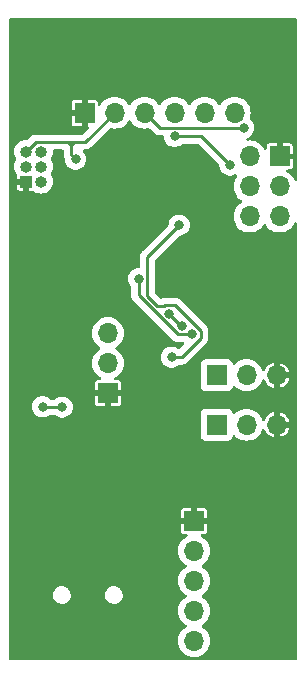
<source format=gbr>
%TF.GenerationSoftware,KiCad,Pcbnew,7.0.5*%
%TF.CreationDate,2023-08-19T22:28:29+02:00*%
%TF.ProjectId,programmer,70726f67-7261-46d6-9d65-722e6b696361,rev?*%
%TF.SameCoordinates,Original*%
%TF.FileFunction,Copper,L2,Bot*%
%TF.FilePolarity,Positive*%
%FSLAX46Y46*%
G04 Gerber Fmt 4.6, Leading zero omitted, Abs format (unit mm)*
G04 Created by KiCad (PCBNEW 7.0.5) date 2023-08-19 22:28:29*
%MOMM*%
%LPD*%
G01*
G04 APERTURE LIST*
%TA.AperFunction,ComponentPad*%
%ADD10R,1.700000X1.700000*%
%TD*%
%TA.AperFunction,ComponentPad*%
%ADD11O,1.700000X1.700000*%
%TD*%
%TA.AperFunction,ComponentPad*%
%ADD12R,1.000000X1.000000*%
%TD*%
%TA.AperFunction,ComponentPad*%
%ADD13O,1.000000X1.000000*%
%TD*%
%TA.AperFunction,ViaPad*%
%ADD14C,0.800000*%
%TD*%
%TA.AperFunction,Conductor*%
%ADD15C,0.250000*%
%TD*%
G04 APERTURE END LIST*
D10*
%TO.P,J3,1,Pin_1*%
%TO.N,GND*%
X87687000Y-68565000D03*
D11*
%TO.P,J3,2,Pin_2*%
%TO.N,+5V*%
X87687000Y-66025000D03*
%TO.P,J3,3,Pin_3*%
%TO.N,/UDPI*%
X87687000Y-63485000D03*
%TD*%
D10*
%TO.P,J4,1,Pin_1*%
%TO.N,GND*%
X95000000Y-79380000D03*
D11*
%TO.P,J4,2,Pin_2*%
%TO.N,/RX*%
X95000000Y-81920000D03*
%TO.P,J4,3,Pin_3*%
%TO.N,/TX*%
X95000000Y-84460000D03*
%TO.P,J4,4,Pin_4*%
%TO.N,/USB_RESET*%
X95000000Y-87000000D03*
%TO.P,J4,5,Pin_5*%
%TO.N,+5V*%
X95000000Y-89540000D03*
%TD*%
D10*
%TO.P,J5,1,Pin_1*%
%TO.N,GND*%
X85725000Y-44831000D03*
D11*
%TO.P,J5,2,Pin_2*%
%TO.N,+5V*%
X88265000Y-44831000D03*
%TO.P,J5,3,Pin_3*%
%TO.N,/SCK*%
X90805000Y-44831000D03*
%TO.P,J5,4,Pin_4*%
%TO.N,/MISO*%
X93345000Y-44831000D03*
%TO.P,J5,5,Pin_5*%
%TO.N,/MOSI*%
X95885000Y-44831000D03*
%TO.P,J5,6,Pin_6*%
%TO.N,/RESET*%
X98425000Y-44831000D03*
%TD*%
D10*
%TO.P,SW101,1,A*%
%TO.N,unconnected-(SW101-A-Pad1)*%
X96901000Y-67056000D03*
D11*
%TO.P,SW101,2,B*%
%TO.N,/our_reset*%
X99441000Y-67056000D03*
%TO.P,SW101,3,C*%
%TO.N,GND*%
X101981000Y-67056000D03*
%TD*%
D10*
%TO.P,SW2,1,A*%
%TO.N,unconnected-(SW2-A-Pad1)*%
X96901000Y-71247000D03*
D11*
%TO.P,SW2,2,B*%
%TO.N,Net-(SW2-B)*%
X99441000Y-71247000D03*
%TO.P,SW2,3,C*%
%TO.N,GND*%
X101981000Y-71247000D03*
%TD*%
D12*
%TO.P,U1,1*%
%TO.N,GND*%
X80762000Y-50678000D03*
D13*
%TO.P,U1,2*%
%TO.N,/our_reset*%
X82032000Y-50678000D03*
%TO.P,U1,3*%
%TO.N,/MOSI*%
X80762000Y-49408000D03*
%TO.P,U1,4*%
%TO.N,/SCK*%
X82032000Y-49408000D03*
%TO.P,U1,5*%
%TO.N,+5V*%
X80762000Y-48138000D03*
%TO.P,U1,6*%
%TO.N,/MISO*%
X82032000Y-48138000D03*
%TD*%
D10*
%TO.P,J2,1,Pin_1*%
%TO.N,GND*%
X102235000Y-48535000D03*
D11*
%TO.P,J2,2,Pin_2*%
%TO.N,/RESET*%
X99695000Y-48535000D03*
%TO.P,J2,3,Pin_3*%
%TO.N,/MOSI*%
X102235000Y-51075000D03*
%TO.P,J2,4,Pin_4*%
%TO.N,/SCK*%
X99695000Y-51075000D03*
%TO.P,J2,5,Pin_5*%
%TO.N,/MISO*%
X102235000Y-53615000D03*
%TO.P,J2,6,Pin_6*%
%TO.N,+5V*%
X99695000Y-53615000D03*
%TD*%
D14*
%TO.N,GND*%
X85217000Y-68072000D03*
X84201000Y-66421000D03*
X85090000Y-64389000D03*
X89916000Y-62230000D03*
X94742000Y-71374000D03*
X93853000Y-68199000D03*
X94742000Y-69215000D03*
X99568000Y-68961000D03*
X102616000Y-68961000D03*
X101600000Y-64770000D03*
X79883000Y-75819000D03*
X80010000Y-70358000D03*
X79883000Y-61214000D03*
X83693000Y-60960000D03*
X83566000Y-46228000D03*
X100838000Y-46228000D03*
X95123000Y-50673000D03*
X93345000Y-59944000D03*
X99568000Y-56642000D03*
X97409000Y-56134000D03*
X80772000Y-90678000D03*
X101600000Y-75438000D03*
X102870000Y-80010000D03*
X102489000Y-89535000D03*
X99695000Y-73533000D03*
X98806000Y-75692000D03*
X98806000Y-85090000D03*
X97409000Y-89789000D03*
X93472000Y-78359000D03*
X93472000Y-76454000D03*
X88392000Y-72771000D03*
X80391000Y-77597000D03*
X83312000Y-81534000D03*
X86868000Y-84836000D03*
X92710000Y-85979000D03*
X90424000Y-90551000D03*
X92456000Y-88773000D03*
X88646000Y-88646000D03*
X83439000Y-88773000D03*
X81407000Y-86741000D03*
X81407000Y-84963000D03*
X90424000Y-84963000D03*
X92329000Y-83439000D03*
X88646000Y-82677000D03*
X81153000Y-76454000D03*
X81280000Y-74676000D03*
X89789000Y-70612000D03*
X89662000Y-68326000D03*
X84963000Y-70993000D03*
X84836000Y-58293000D03*
X89662000Y-56642000D03*
X80518000Y-52578000D03*
X83058000Y-54356000D03*
X85725000Y-51054000D03*
X88392000Y-53340000D03*
X98425000Y-59309000D03*
X96139000Y-57785000D03*
X95758000Y-61214000D03*
X98425000Y-63373000D03*
X102616000Y-59563000D03*
X101000000Y-62000000D03*
%TO.N,Net-(U2-PD6)*%
X93726000Y-54356000D03*
X93091000Y-65532000D03*
%TO.N,/our_reset*%
X90297000Y-58895214D03*
X94831500Y-63604916D03*
%TO.N,Net-(SW2-B)*%
X92868537Y-61830693D03*
X93980000Y-62865000D03*
%TO.N,/RX*%
X82170000Y-69723000D03*
X83820000Y-69760500D03*
%TO.N,+5V*%
X84963000Y-48768000D03*
%TO.N,/MISO*%
X93345000Y-46825500D03*
X98044000Y-49259500D03*
%TO.N,/SCK*%
X99187000Y-46101000D03*
%TD*%
D15*
%TO.N,+5V*%
X84582000Y-48387000D02*
X84582000Y-47567000D01*
X84963000Y-48768000D02*
X84582000Y-48387000D01*
%TO.N,Net-(U2-PD6)*%
X91022000Y-57060000D02*
X93726000Y-54356000D01*
X91022000Y-60373065D02*
X91022000Y-57060000D01*
X92568232Y-61105693D02*
X92459925Y-61214000D01*
X93363693Y-61105693D02*
X92568232Y-61105693D01*
X95556500Y-63298500D02*
X93363693Y-61105693D01*
X93929721Y-65532000D02*
X95556500Y-63905221D01*
X92459925Y-61214000D02*
X91862935Y-61214000D01*
X93091000Y-65532000D02*
X93929721Y-65532000D01*
X95556500Y-63905221D02*
X95556500Y-63298500D01*
X91862935Y-61214000D02*
X91022000Y-60373065D01*
%TO.N,/our_reset*%
X90297000Y-60284461D02*
X90297000Y-58895214D01*
X93617455Y-63604916D02*
X90297000Y-60284461D01*
X94831500Y-63604916D02*
X93617455Y-63604916D01*
%TO.N,Net-(SW2-B)*%
X93902844Y-62865000D02*
X92868537Y-61830693D01*
X93980000Y-62865000D02*
X93902844Y-62865000D01*
%TO.N,/RX*%
X82207500Y-69760500D02*
X82170000Y-69723000D01*
X83820000Y-69760500D02*
X82207500Y-69760500D01*
%TO.N,+5V*%
X84582000Y-47567000D02*
X84836000Y-47313000D01*
X84836000Y-47313000D02*
X85783000Y-47313000D01*
X84328000Y-47313000D02*
X84836000Y-47313000D01*
X84582000Y-47567000D02*
X84328000Y-47313000D01*
X81587000Y-47313000D02*
X84328000Y-47313000D01*
X85783000Y-47313000D02*
X88265000Y-44831000D01*
X80762000Y-48138000D02*
X81587000Y-47313000D01*
%TO.N,/MISO*%
X98044000Y-49259500D02*
X95610000Y-46825500D01*
X95610000Y-46825500D02*
X93345000Y-46825500D01*
%TO.N,/SCK*%
X92075000Y-46101000D02*
X90805000Y-44831000D01*
X99187000Y-46101000D02*
X92075000Y-46101000D01*
%TD*%
%TA.AperFunction,Conductor*%
%TO.N,GND*%
G36*
X103642539Y-36820185D02*
G01*
X103688294Y-36872989D01*
X103699500Y-36924500D01*
X103699500Y-50460746D01*
X103679815Y-50527785D01*
X103627011Y-50573540D01*
X103557853Y-50583484D01*
X103494297Y-50554459D01*
X103463118Y-50513151D01*
X103409035Y-50397171D01*
X103409034Y-50397169D01*
X103273494Y-50203597D01*
X103106402Y-50036506D01*
X103106395Y-50036501D01*
X102912834Y-49900967D01*
X102912830Y-49900965D01*
X102849389Y-49871382D01*
X102796950Y-49825209D01*
X102777798Y-49758016D01*
X102798014Y-49691135D01*
X102851179Y-49645800D01*
X102901794Y-49635000D01*
X103109626Y-49635000D01*
X103109628Y-49634999D01*
X103182540Y-49620496D01*
X103182544Y-49620494D01*
X103265239Y-49565239D01*
X103320494Y-49482544D01*
X103320496Y-49482540D01*
X103334999Y-49409628D01*
X103335000Y-49409626D01*
X103335000Y-48785000D01*
X102668686Y-48785000D01*
X102694493Y-48744844D01*
X102735000Y-48606889D01*
X102735000Y-48463111D01*
X102694493Y-48325156D01*
X102668686Y-48285000D01*
X103335000Y-48285000D01*
X103335000Y-47660373D01*
X103334999Y-47660371D01*
X103320496Y-47587459D01*
X103320494Y-47587455D01*
X103265239Y-47504760D01*
X103182544Y-47449505D01*
X103182540Y-47449503D01*
X103109627Y-47435000D01*
X102485000Y-47435000D01*
X102485000Y-48099498D01*
X102377315Y-48050320D01*
X102270763Y-48035000D01*
X102199237Y-48035000D01*
X102092685Y-48050320D01*
X101985000Y-48099498D01*
X101985000Y-47435000D01*
X101360373Y-47435000D01*
X101287459Y-47449503D01*
X101287455Y-47449505D01*
X101204760Y-47504760D01*
X101149505Y-47587455D01*
X101149503Y-47587459D01*
X101135000Y-47660371D01*
X101135000Y-47868206D01*
X101115315Y-47935245D01*
X101062511Y-47981000D01*
X100993353Y-47990944D01*
X100929797Y-47961919D01*
X100898618Y-47920611D01*
X100869035Y-47857171D01*
X100869034Y-47857169D01*
X100733494Y-47663597D01*
X100566402Y-47496506D01*
X100566395Y-47496501D01*
X100372834Y-47360967D01*
X100372830Y-47360965D01*
X100372828Y-47360964D01*
X100158663Y-47261097D01*
X100158659Y-47261096D01*
X100158655Y-47261094D01*
X99930413Y-47199938D01*
X99930403Y-47199936D01*
X99695001Y-47179341D01*
X99694998Y-47179341D01*
X99542032Y-47192724D01*
X99473532Y-47178957D01*
X99423349Y-47130342D01*
X99407416Y-47062314D01*
X99430791Y-46996470D01*
X99480789Y-46955917D01*
X99520624Y-46938181D01*
X99639730Y-46885151D01*
X99792871Y-46773888D01*
X99919533Y-46633216D01*
X100014179Y-46469284D01*
X100072674Y-46289256D01*
X100092460Y-46101000D01*
X100072674Y-45912744D01*
X100014179Y-45732716D01*
X99919533Y-45568784D01*
X99855390Y-45497546D01*
X99792876Y-45428116D01*
X99792870Y-45428111D01*
X99753231Y-45399312D01*
X99710565Y-45343983D01*
X99704586Y-45274369D01*
X99706333Y-45266929D01*
X99760063Y-45066408D01*
X99780659Y-44831000D01*
X99760063Y-44595592D01*
X99698903Y-44367337D01*
X99599035Y-44153171D01*
X99593425Y-44145158D01*
X99463494Y-43959597D01*
X99296402Y-43792506D01*
X99296395Y-43792501D01*
X99102834Y-43656967D01*
X99102830Y-43656965D01*
X99102828Y-43656964D01*
X98888663Y-43557097D01*
X98888659Y-43557096D01*
X98888655Y-43557094D01*
X98660413Y-43495938D01*
X98660403Y-43495936D01*
X98425001Y-43475341D01*
X98424999Y-43475341D01*
X98189596Y-43495936D01*
X98189586Y-43495938D01*
X97961344Y-43557094D01*
X97961335Y-43557098D01*
X97747171Y-43656964D01*
X97747169Y-43656965D01*
X97553597Y-43792505D01*
X97386508Y-43959594D01*
X97256574Y-44145160D01*
X97201997Y-44188784D01*
X97132498Y-44195977D01*
X97070144Y-44164455D01*
X97053429Y-44145164D01*
X96923495Y-43959599D01*
X96923493Y-43959596D01*
X96756402Y-43792506D01*
X96756395Y-43792501D01*
X96562834Y-43656967D01*
X96562830Y-43656965D01*
X96562828Y-43656964D01*
X96348663Y-43557097D01*
X96348659Y-43557096D01*
X96348655Y-43557094D01*
X96120413Y-43495938D01*
X96120403Y-43495936D01*
X95885001Y-43475341D01*
X95884999Y-43475341D01*
X95649596Y-43495936D01*
X95649586Y-43495938D01*
X95421344Y-43557094D01*
X95421335Y-43557098D01*
X95207171Y-43656964D01*
X95207169Y-43656965D01*
X95013597Y-43792505D01*
X94846505Y-43959597D01*
X94716575Y-44145158D01*
X94661998Y-44188783D01*
X94592500Y-44195977D01*
X94530145Y-44164454D01*
X94513425Y-44145158D01*
X94383494Y-43959597D01*
X94216402Y-43792506D01*
X94216395Y-43792501D01*
X94022834Y-43656967D01*
X94022830Y-43656965D01*
X94022828Y-43656964D01*
X93808663Y-43557097D01*
X93808659Y-43557096D01*
X93808655Y-43557094D01*
X93580413Y-43495938D01*
X93580403Y-43495936D01*
X93345001Y-43475341D01*
X93344999Y-43475341D01*
X93109596Y-43495936D01*
X93109586Y-43495938D01*
X92881344Y-43557094D01*
X92881335Y-43557098D01*
X92667171Y-43656964D01*
X92667169Y-43656965D01*
X92473597Y-43792505D01*
X92306508Y-43959594D01*
X92176574Y-44145160D01*
X92121997Y-44188784D01*
X92052498Y-44195977D01*
X91990144Y-44164455D01*
X91973429Y-44145164D01*
X91843495Y-43959599D01*
X91843493Y-43959596D01*
X91676402Y-43792506D01*
X91676395Y-43792501D01*
X91482834Y-43656967D01*
X91482830Y-43656965D01*
X91482828Y-43656964D01*
X91268663Y-43557097D01*
X91268659Y-43557096D01*
X91268655Y-43557094D01*
X91040413Y-43495938D01*
X91040403Y-43495936D01*
X90805001Y-43475341D01*
X90804999Y-43475341D01*
X90569596Y-43495936D01*
X90569586Y-43495938D01*
X90341344Y-43557094D01*
X90341335Y-43557098D01*
X90127171Y-43656964D01*
X90127169Y-43656965D01*
X89933597Y-43792505D01*
X89766508Y-43959594D01*
X89636574Y-44145159D01*
X89581997Y-44188784D01*
X89512498Y-44195976D01*
X89450144Y-44164454D01*
X89433424Y-44145158D01*
X89303494Y-43959597D01*
X89136402Y-43792506D01*
X89136395Y-43792501D01*
X88942834Y-43656967D01*
X88942830Y-43656965D01*
X88942828Y-43656964D01*
X88728663Y-43557097D01*
X88728659Y-43557096D01*
X88728655Y-43557094D01*
X88500413Y-43495938D01*
X88500403Y-43495936D01*
X88265001Y-43475341D01*
X88264999Y-43475341D01*
X88029596Y-43495936D01*
X88029586Y-43495938D01*
X87801344Y-43557094D01*
X87801335Y-43557098D01*
X87587171Y-43656964D01*
X87587169Y-43656965D01*
X87393597Y-43792505D01*
X87226505Y-43959597D01*
X87090965Y-44153169D01*
X87090964Y-44153171D01*
X87061382Y-44216611D01*
X87015209Y-44269050D01*
X86948016Y-44288202D01*
X86881135Y-44267986D01*
X86835800Y-44214821D01*
X86825000Y-44164206D01*
X86825000Y-43956373D01*
X86824999Y-43956371D01*
X86810496Y-43883459D01*
X86810494Y-43883455D01*
X86755239Y-43800760D01*
X86672544Y-43745505D01*
X86672540Y-43745503D01*
X86599627Y-43731000D01*
X85975000Y-43731000D01*
X85975000Y-44395498D01*
X85867315Y-44346320D01*
X85760763Y-44331000D01*
X85689237Y-44331000D01*
X85582685Y-44346320D01*
X85475000Y-44395498D01*
X85475000Y-43731000D01*
X84850373Y-43731000D01*
X84777459Y-43745503D01*
X84777455Y-43745505D01*
X84694760Y-43800760D01*
X84639505Y-43883455D01*
X84639503Y-43883459D01*
X84625000Y-43956371D01*
X84625000Y-44581000D01*
X85291314Y-44581000D01*
X85265507Y-44621156D01*
X85225000Y-44759111D01*
X85225000Y-44902889D01*
X85265507Y-45040844D01*
X85291314Y-45081000D01*
X84625000Y-45081000D01*
X84625000Y-45705628D01*
X84639503Y-45778540D01*
X84639505Y-45778544D01*
X84694760Y-45861239D01*
X84777455Y-45916494D01*
X84777459Y-45916496D01*
X84850371Y-45930999D01*
X84850374Y-45931000D01*
X85475000Y-45931000D01*
X85475000Y-45266501D01*
X85582685Y-45315680D01*
X85689237Y-45331000D01*
X85760763Y-45331000D01*
X85867315Y-45315680D01*
X85975000Y-45266501D01*
X85975000Y-45931000D01*
X85981047Y-45931000D01*
X86048086Y-45950685D01*
X86093841Y-46003489D01*
X86103785Y-46072647D01*
X86074760Y-46136203D01*
X86068728Y-46142681D01*
X85560228Y-46651181D01*
X85498905Y-46684666D01*
X85472547Y-46687500D01*
X84918737Y-46687500D01*
X84903120Y-46685776D01*
X84903093Y-46686062D01*
X84895331Y-46685327D01*
X84827171Y-46687469D01*
X84825224Y-46687500D01*
X84386984Y-46687500D01*
X84367586Y-46685973D01*
X84359333Y-46684666D01*
X84347805Y-46682840D01*
X84347804Y-46682840D01*
X84301416Y-46687225D01*
X84295578Y-46687500D01*
X81669737Y-46687500D01*
X81654120Y-46685776D01*
X81654093Y-46686062D01*
X81646331Y-46685327D01*
X81578171Y-46687469D01*
X81576224Y-46687500D01*
X81547650Y-46687500D01*
X81546929Y-46687590D01*
X81540757Y-46688369D01*
X81534945Y-46688826D01*
X81488373Y-46690290D01*
X81488372Y-46690290D01*
X81469129Y-46695881D01*
X81450079Y-46699825D01*
X81430211Y-46702334D01*
X81430209Y-46702335D01*
X81386884Y-46719488D01*
X81381357Y-46721380D01*
X81336610Y-46734381D01*
X81336609Y-46734382D01*
X81319367Y-46744579D01*
X81301899Y-46753137D01*
X81283269Y-46760513D01*
X81283267Y-46760514D01*
X81245576Y-46787898D01*
X81240694Y-46791105D01*
X81200579Y-46814830D01*
X81186408Y-46829000D01*
X81171623Y-46841628D01*
X81155412Y-46853407D01*
X81125709Y-46889310D01*
X81121777Y-46893631D01*
X80913393Y-47102014D01*
X80852070Y-47135499D01*
X80813560Y-47137736D01*
X80762002Y-47132659D01*
X80762000Y-47132659D01*
X80565870Y-47151975D01*
X80377266Y-47209188D01*
X80203467Y-47302086D01*
X80203460Y-47302090D01*
X80051116Y-47427116D01*
X79926090Y-47579460D01*
X79926086Y-47579467D01*
X79833188Y-47753266D01*
X79775975Y-47941870D01*
X79756659Y-48138000D01*
X79775975Y-48334129D01*
X79775976Y-48334132D01*
X79830609Y-48514233D01*
X79833188Y-48522733D01*
X79926086Y-48696532D01*
X79929473Y-48701601D01*
X79927832Y-48702697D01*
X79951594Y-48758638D01*
X79939805Y-48827506D01*
X79929109Y-48844156D01*
X79929473Y-48844399D01*
X79926086Y-48849467D01*
X79833188Y-49023266D01*
X79775975Y-49211870D01*
X79756659Y-49408000D01*
X79775975Y-49604129D01*
X79775976Y-49604132D01*
X79822656Y-49758016D01*
X79833188Y-49792733D01*
X79926086Y-49966532D01*
X79926090Y-49966538D01*
X79987948Y-50041913D01*
X80015260Y-50106223D01*
X80013713Y-50144761D01*
X80012000Y-50153375D01*
X80012000Y-50428000D01*
X80516419Y-50428000D01*
X80464940Y-50483921D01*
X80418018Y-50590892D01*
X80408372Y-50707302D01*
X80437047Y-50820538D01*
X80500936Y-50918327D01*
X80593115Y-50990072D01*
X80703595Y-51028000D01*
X80791005Y-51028000D01*
X80877216Y-51013614D01*
X80979947Y-50958019D01*
X81012000Y-50923200D01*
X81012000Y-51428000D01*
X81286625Y-51428000D01*
X81295226Y-51426289D01*
X81364817Y-51432513D01*
X81398087Y-51452052D01*
X81453637Y-51497640D01*
X81473462Y-51513910D01*
X81473465Y-51513911D01*
X81473467Y-51513913D01*
X81647266Y-51606811D01*
X81647269Y-51606811D01*
X81647273Y-51606814D01*
X81835868Y-51664024D01*
X82032000Y-51683341D01*
X82228132Y-51664024D01*
X82416727Y-51606814D01*
X82590538Y-51513910D01*
X82742883Y-51388883D01*
X82867910Y-51236538D01*
X82954254Y-51075000D01*
X82960811Y-51062733D01*
X82960811Y-51062732D01*
X82960814Y-51062727D01*
X83018024Y-50874132D01*
X83037341Y-50678000D01*
X83018024Y-50481868D01*
X82960814Y-50293273D01*
X82867910Y-50119462D01*
X82867907Y-50119458D01*
X82864523Y-50114393D01*
X82866164Y-50113296D01*
X82842405Y-50057361D01*
X82854194Y-49988493D01*
X82864888Y-49971851D01*
X82864523Y-49971607D01*
X82867904Y-49966544D01*
X82867910Y-49966538D01*
X82960814Y-49792727D01*
X83018024Y-49604132D01*
X83037341Y-49408000D01*
X83018024Y-49211868D01*
X82960814Y-49023273D01*
X82958893Y-49019680D01*
X82924994Y-48956259D01*
X82867910Y-48849462D01*
X82867907Y-48849458D01*
X82864523Y-48844393D01*
X82866164Y-48843296D01*
X82842405Y-48787361D01*
X82854194Y-48718493D01*
X82864888Y-48701851D01*
X82864523Y-48701607D01*
X82867904Y-48696544D01*
X82867910Y-48696538D01*
X82960814Y-48522727D01*
X83018024Y-48334132D01*
X83037341Y-48138000D01*
X83031102Y-48074653D01*
X83044121Y-48006008D01*
X83092186Y-47955298D01*
X83154505Y-47938500D01*
X83832500Y-47938500D01*
X83899539Y-47958185D01*
X83945294Y-48010989D01*
X83956500Y-48062500D01*
X83956500Y-48304255D01*
X83954775Y-48319872D01*
X83955061Y-48319899D01*
X83954326Y-48327666D01*
X83956469Y-48395846D01*
X83956500Y-48397793D01*
X83956500Y-48426343D01*
X83956501Y-48426360D01*
X83957368Y-48433231D01*
X83957826Y-48439050D01*
X83959290Y-48485624D01*
X83959291Y-48485627D01*
X83964880Y-48504867D01*
X83968824Y-48523911D01*
X83971336Y-48543792D01*
X83985570Y-48579744D01*
X83988490Y-48587119D01*
X83990382Y-48592647D01*
X84003381Y-48637388D01*
X84013580Y-48654634D01*
X84022136Y-48672100D01*
X84029514Y-48690732D01*
X84033856Y-48696709D01*
X84057338Y-48762513D01*
X84057477Y-48767402D01*
X84059327Y-48785000D01*
X84077326Y-48956256D01*
X84077327Y-48956259D01*
X84135818Y-49136277D01*
X84135821Y-49136284D01*
X84230467Y-49300216D01*
X84328982Y-49409628D01*
X84357129Y-49440888D01*
X84510265Y-49552148D01*
X84510270Y-49552151D01*
X84683192Y-49629142D01*
X84683197Y-49629144D01*
X84868354Y-49668500D01*
X84868355Y-49668500D01*
X85057644Y-49668500D01*
X85057646Y-49668500D01*
X85242803Y-49629144D01*
X85415730Y-49552151D01*
X85568871Y-49440888D01*
X85695533Y-49300216D01*
X85790179Y-49136284D01*
X85848674Y-48956256D01*
X85868460Y-48768000D01*
X85848674Y-48579744D01*
X85790179Y-48399716D01*
X85695533Y-48235784D01*
X85615288Y-48146663D01*
X85585058Y-48083672D01*
X85593683Y-48014336D01*
X85638425Y-47960671D01*
X85705077Y-47939713D01*
X85719116Y-47940242D01*
X85723657Y-47940670D01*
X85723667Y-47940673D01*
X85764375Y-47939393D01*
X85791847Y-47938531D01*
X85793794Y-47938500D01*
X85822347Y-47938500D01*
X85822350Y-47938500D01*
X85829228Y-47937630D01*
X85835041Y-47937172D01*
X85881627Y-47935709D01*
X85900869Y-47930117D01*
X85919912Y-47926174D01*
X85939792Y-47923664D01*
X85983122Y-47906507D01*
X85988646Y-47904617D01*
X85992396Y-47903527D01*
X86033390Y-47891618D01*
X86050629Y-47881422D01*
X86068103Y-47872862D01*
X86086727Y-47865488D01*
X86086727Y-47865487D01*
X86086732Y-47865486D01*
X86124449Y-47838082D01*
X86129305Y-47834892D01*
X86169420Y-47811170D01*
X86183589Y-47796999D01*
X86198379Y-47784368D01*
X86214587Y-47772594D01*
X86244299Y-47736676D01*
X86248212Y-47732376D01*
X87809353Y-46171235D01*
X87870674Y-46137752D01*
X87929125Y-46139143D01*
X87963780Y-46148428D01*
X88029592Y-46166063D01*
X88217918Y-46182539D01*
X88264999Y-46186659D01*
X88265000Y-46186659D01*
X88265001Y-46186659D01*
X88304234Y-46183226D01*
X88500408Y-46166063D01*
X88728663Y-46104903D01*
X88942830Y-46005035D01*
X89136401Y-45869495D01*
X89303495Y-45702401D01*
X89433424Y-45516842D01*
X89488002Y-45473217D01*
X89557500Y-45466023D01*
X89619855Y-45497546D01*
X89636575Y-45516842D01*
X89766505Y-45702401D01*
X89933599Y-45869495D01*
X90021436Y-45930999D01*
X90127165Y-46005032D01*
X90127167Y-46005033D01*
X90127170Y-46005035D01*
X90341337Y-46104903D01*
X90569592Y-46166063D01*
X90757918Y-46182539D01*
X90804999Y-46186659D01*
X90805000Y-46186659D01*
X90805001Y-46186659D01*
X90844234Y-46183226D01*
X91040408Y-46166063D01*
X91140873Y-46139143D01*
X91210722Y-46140806D01*
X91260647Y-46171237D01*
X91574197Y-46484788D01*
X91584022Y-46497051D01*
X91584243Y-46496869D01*
X91589211Y-46502874D01*
X91638932Y-46549566D01*
X91640332Y-46550923D01*
X91660523Y-46571115D01*
X91660527Y-46571118D01*
X91660529Y-46571120D01*
X91666011Y-46575373D01*
X91670443Y-46579157D01*
X91704418Y-46611062D01*
X91721976Y-46620714D01*
X91738235Y-46631395D01*
X91754064Y-46643673D01*
X91796838Y-46662182D01*
X91802056Y-46664738D01*
X91842908Y-46687197D01*
X91862316Y-46692180D01*
X91880717Y-46698480D01*
X91899104Y-46706437D01*
X91942488Y-46713308D01*
X91945119Y-46713725D01*
X91950839Y-46714909D01*
X91995981Y-46726500D01*
X92016016Y-46726500D01*
X92035414Y-46728026D01*
X92055194Y-46731159D01*
X92055195Y-46731160D01*
X92055195Y-46731159D01*
X92055196Y-46731160D01*
X92101583Y-46726775D01*
X92107422Y-46726500D01*
X92317485Y-46726500D01*
X92384524Y-46746185D01*
X92430279Y-46798989D01*
X92440804Y-46837534D01*
X92459326Y-47013756D01*
X92459327Y-47013759D01*
X92517818Y-47193777D01*
X92517821Y-47193784D01*
X92612467Y-47357716D01*
X92714185Y-47470685D01*
X92739129Y-47498388D01*
X92892265Y-47609648D01*
X92892270Y-47609651D01*
X93065192Y-47686642D01*
X93065197Y-47686644D01*
X93250354Y-47726000D01*
X93250355Y-47726000D01*
X93439644Y-47726000D01*
X93439646Y-47726000D01*
X93624803Y-47686644D01*
X93797730Y-47609651D01*
X93950871Y-47498388D01*
X93953788Y-47495147D01*
X93956600Y-47492026D01*
X94016087Y-47455379D01*
X94048748Y-47451000D01*
X95299548Y-47451000D01*
X95366587Y-47470685D01*
X95387229Y-47487319D01*
X97105038Y-49205129D01*
X97138523Y-49266452D01*
X97140678Y-49279848D01*
X97142819Y-49300214D01*
X97158326Y-49447756D01*
X97158327Y-49447759D01*
X97216818Y-49627777D01*
X97216821Y-49627784D01*
X97311467Y-49791716D01*
X97414887Y-49906575D01*
X97438129Y-49932388D01*
X97591265Y-50043648D01*
X97591270Y-50043651D01*
X97764192Y-50120642D01*
X97764197Y-50120644D01*
X97949354Y-50160000D01*
X97949355Y-50160000D01*
X98138644Y-50160000D01*
X98138646Y-50160000D01*
X98323803Y-50120644D01*
X98483133Y-50049704D01*
X98552380Y-50040419D01*
X98615657Y-50070047D01*
X98652871Y-50129182D01*
X98652207Y-50199049D01*
X98635142Y-50234107D01*
X98520965Y-50397169D01*
X98520964Y-50397171D01*
X98421098Y-50611335D01*
X98421094Y-50611344D01*
X98359938Y-50839586D01*
X98359936Y-50839596D01*
X98339341Y-51074999D01*
X98339341Y-51075000D01*
X98359936Y-51310403D01*
X98359938Y-51310413D01*
X98421094Y-51538655D01*
X98421096Y-51538659D01*
X98421097Y-51538663D01*
X98501004Y-51710023D01*
X98520965Y-51752830D01*
X98520967Y-51752834D01*
X98629281Y-51907521D01*
X98656501Y-51946396D01*
X98656506Y-51946402D01*
X98823597Y-52113493D01*
X98823603Y-52113498D01*
X99009158Y-52243425D01*
X99052783Y-52298002D01*
X99059977Y-52367500D01*
X99028454Y-52429855D01*
X99009158Y-52446575D01*
X98823597Y-52576505D01*
X98656505Y-52743597D01*
X98520965Y-52937169D01*
X98520964Y-52937171D01*
X98421098Y-53151335D01*
X98421094Y-53151344D01*
X98359938Y-53379586D01*
X98359936Y-53379596D01*
X98339341Y-53614999D01*
X98339341Y-53615000D01*
X98359936Y-53850403D01*
X98359938Y-53850413D01*
X98421094Y-54078655D01*
X98421096Y-54078659D01*
X98421097Y-54078663D01*
X98501004Y-54250023D01*
X98520965Y-54292830D01*
X98520967Y-54292834D01*
X98550947Y-54335649D01*
X98656505Y-54486401D01*
X98823599Y-54653495D01*
X98920384Y-54721264D01*
X99017165Y-54789032D01*
X99017167Y-54789033D01*
X99017170Y-54789035D01*
X99231337Y-54888903D01*
X99459592Y-54950063D01*
X99647918Y-54966539D01*
X99694999Y-54970659D01*
X99695000Y-54970659D01*
X99695001Y-54970659D01*
X99734234Y-54967226D01*
X99930408Y-54950063D01*
X100158663Y-54888903D01*
X100372830Y-54789035D01*
X100566401Y-54653495D01*
X100733495Y-54486401D01*
X100863424Y-54300842D01*
X100918002Y-54257217D01*
X100987500Y-54250023D01*
X101049855Y-54281546D01*
X101066575Y-54300842D01*
X101196500Y-54486395D01*
X101196505Y-54486401D01*
X101363599Y-54653495D01*
X101460384Y-54721264D01*
X101557165Y-54789032D01*
X101557167Y-54789033D01*
X101557170Y-54789035D01*
X101771337Y-54888903D01*
X101999592Y-54950063D01*
X102187918Y-54966539D01*
X102234999Y-54970659D01*
X102235000Y-54970659D01*
X102235001Y-54970659D01*
X102274234Y-54967226D01*
X102470408Y-54950063D01*
X102698663Y-54888903D01*
X102912830Y-54789035D01*
X103106401Y-54653495D01*
X103273495Y-54486401D01*
X103409035Y-54292830D01*
X103463118Y-54176846D01*
X103509290Y-54124409D01*
X103576484Y-54105257D01*
X103643365Y-54125473D01*
X103688699Y-54178638D01*
X103699500Y-54229253D01*
X103699500Y-91075500D01*
X103679815Y-91142539D01*
X103627011Y-91188294D01*
X103575500Y-91199500D01*
X79424500Y-91199500D01*
X79357461Y-91179815D01*
X79311706Y-91127011D01*
X79300500Y-91075500D01*
X79300500Y-89540000D01*
X93644341Y-89540000D01*
X93664936Y-89775403D01*
X93664938Y-89775413D01*
X93726094Y-90003655D01*
X93726096Y-90003659D01*
X93726097Y-90003663D01*
X93825964Y-90217829D01*
X93825965Y-90217830D01*
X93825967Y-90217834D01*
X93934281Y-90372521D01*
X93961505Y-90411401D01*
X94128599Y-90578495D01*
X94225384Y-90646264D01*
X94322165Y-90714032D01*
X94322167Y-90714033D01*
X94322170Y-90714035D01*
X94536337Y-90813903D01*
X94764592Y-90875063D01*
X94952918Y-90891539D01*
X94999999Y-90895659D01*
X95000000Y-90895659D01*
X95000001Y-90895659D01*
X95039234Y-90892226D01*
X95235408Y-90875063D01*
X95463663Y-90813903D01*
X95677830Y-90714035D01*
X95871401Y-90578495D01*
X96038495Y-90411401D01*
X96174035Y-90217830D01*
X96273903Y-90003663D01*
X96335063Y-89775408D01*
X96355659Y-89540000D01*
X96335063Y-89304592D01*
X96273903Y-89076337D01*
X96174035Y-88862171D01*
X96038495Y-88668599D01*
X96038494Y-88668597D01*
X95871402Y-88501506D01*
X95871401Y-88501505D01*
X95685842Y-88371575D01*
X95685841Y-88371574D01*
X95642216Y-88316997D01*
X95635024Y-88247498D01*
X95666546Y-88185144D01*
X95685836Y-88168428D01*
X95871401Y-88038495D01*
X96038495Y-87871401D01*
X96174035Y-87677830D01*
X96273903Y-87463663D01*
X96335063Y-87235408D01*
X96355659Y-87000000D01*
X96335063Y-86764592D01*
X96273903Y-86536337D01*
X96174035Y-86322171D01*
X96119882Y-86244831D01*
X96038494Y-86128597D01*
X95871402Y-85961506D01*
X95871401Y-85961505D01*
X95685842Y-85831575D01*
X95685841Y-85831574D01*
X95642216Y-85776997D01*
X95635024Y-85707498D01*
X95666546Y-85645144D01*
X95685836Y-85628428D01*
X95871401Y-85498495D01*
X96038495Y-85331401D01*
X96174035Y-85137830D01*
X96273903Y-84923663D01*
X96335063Y-84695408D01*
X96355659Y-84460000D01*
X96335063Y-84224592D01*
X96273903Y-83996337D01*
X96174035Y-83782171D01*
X96038495Y-83588599D01*
X96038494Y-83588597D01*
X95871402Y-83421506D01*
X95871401Y-83421505D01*
X95685842Y-83291575D01*
X95685841Y-83291574D01*
X95642216Y-83236997D01*
X95635024Y-83167498D01*
X95666546Y-83105144D01*
X95685836Y-83088428D01*
X95871401Y-82958495D01*
X96038495Y-82791401D01*
X96174035Y-82597830D01*
X96273903Y-82383663D01*
X96335063Y-82155408D01*
X96355659Y-81920000D01*
X96335063Y-81684592D01*
X96273903Y-81456337D01*
X96174035Y-81242171D01*
X96038495Y-81048599D01*
X96038494Y-81048597D01*
X95871402Y-80881506D01*
X95871395Y-80881501D01*
X95677834Y-80745967D01*
X95677830Y-80745965D01*
X95614389Y-80716382D01*
X95561950Y-80670209D01*
X95542798Y-80603016D01*
X95563014Y-80536135D01*
X95616179Y-80490800D01*
X95666794Y-80480000D01*
X95874626Y-80480000D01*
X95874628Y-80479999D01*
X95947540Y-80465496D01*
X95947544Y-80465494D01*
X96030239Y-80410239D01*
X96085494Y-80327544D01*
X96085496Y-80327540D01*
X96099999Y-80254628D01*
X96100000Y-80254626D01*
X96100000Y-79630000D01*
X95433686Y-79630000D01*
X95459493Y-79589844D01*
X95500000Y-79451889D01*
X95500000Y-79308111D01*
X95459493Y-79170156D01*
X95433686Y-79130000D01*
X96100000Y-79130000D01*
X96100000Y-78505373D01*
X96099999Y-78505371D01*
X96085496Y-78432459D01*
X96085494Y-78432455D01*
X96030239Y-78349760D01*
X95947544Y-78294505D01*
X95947540Y-78294503D01*
X95874627Y-78280000D01*
X95250000Y-78280000D01*
X95250000Y-78944498D01*
X95142315Y-78895320D01*
X95035763Y-78880000D01*
X94964237Y-78880000D01*
X94857685Y-78895320D01*
X94750000Y-78944498D01*
X94750000Y-78280000D01*
X94125373Y-78280000D01*
X94052459Y-78294503D01*
X94052455Y-78294505D01*
X93969760Y-78349760D01*
X93914505Y-78432455D01*
X93914503Y-78432459D01*
X93900000Y-78505371D01*
X93900000Y-79130000D01*
X94566314Y-79130000D01*
X94540507Y-79170156D01*
X94500000Y-79308111D01*
X94500000Y-79451889D01*
X94540507Y-79589844D01*
X94566314Y-79630000D01*
X93900000Y-79630000D01*
X93900000Y-80254628D01*
X93914503Y-80327540D01*
X93914505Y-80327544D01*
X93969760Y-80410239D01*
X94052455Y-80465494D01*
X94052459Y-80465496D01*
X94125371Y-80479999D01*
X94125374Y-80480000D01*
X94333206Y-80480000D01*
X94400245Y-80499685D01*
X94446000Y-80552489D01*
X94455944Y-80621647D01*
X94426919Y-80685203D01*
X94385611Y-80716382D01*
X94322171Y-80745964D01*
X94322169Y-80745965D01*
X94128597Y-80881505D01*
X93961505Y-81048597D01*
X93825965Y-81242169D01*
X93825964Y-81242171D01*
X93726098Y-81456335D01*
X93726094Y-81456344D01*
X93664938Y-81684586D01*
X93664936Y-81684596D01*
X93644341Y-81919999D01*
X93644341Y-81920000D01*
X93664936Y-82155403D01*
X93664938Y-82155413D01*
X93726094Y-82383655D01*
X93726096Y-82383659D01*
X93726097Y-82383663D01*
X93825965Y-82597829D01*
X93825965Y-82597830D01*
X93825967Y-82597834D01*
X93961501Y-82791395D01*
X93961506Y-82791402D01*
X94128597Y-82958493D01*
X94128603Y-82958498D01*
X94314158Y-83088425D01*
X94357783Y-83143002D01*
X94364977Y-83212500D01*
X94333454Y-83274855D01*
X94314158Y-83291575D01*
X94128597Y-83421505D01*
X93961505Y-83588597D01*
X93825965Y-83782169D01*
X93825964Y-83782171D01*
X93726098Y-83996335D01*
X93726094Y-83996344D01*
X93664938Y-84224586D01*
X93664936Y-84224596D01*
X93644341Y-84459999D01*
X93644341Y-84460000D01*
X93664936Y-84695403D01*
X93664938Y-84695413D01*
X93726094Y-84923655D01*
X93726096Y-84923659D01*
X93726097Y-84923663D01*
X93802341Y-85087168D01*
X93825965Y-85137830D01*
X93825967Y-85137834D01*
X93961501Y-85331395D01*
X93961506Y-85331402D01*
X94128597Y-85498493D01*
X94128603Y-85498498D01*
X94314158Y-85628425D01*
X94357783Y-85683002D01*
X94364977Y-85752500D01*
X94333454Y-85814855D01*
X94314158Y-85831575D01*
X94128597Y-85961505D01*
X93961505Y-86128597D01*
X93825965Y-86322169D01*
X93825964Y-86322171D01*
X93726098Y-86536335D01*
X93726094Y-86536344D01*
X93664938Y-86764586D01*
X93664936Y-86764596D01*
X93644341Y-86999999D01*
X93644341Y-87000000D01*
X93664936Y-87235403D01*
X93664938Y-87235413D01*
X93726094Y-87463655D01*
X93726096Y-87463659D01*
X93726097Y-87463663D01*
X93825964Y-87677830D01*
X93825965Y-87677830D01*
X93825967Y-87677834D01*
X93961501Y-87871395D01*
X93961506Y-87871402D01*
X94128597Y-88038493D01*
X94128603Y-88038498D01*
X94314158Y-88168425D01*
X94357783Y-88223002D01*
X94364977Y-88292500D01*
X94333454Y-88354855D01*
X94314158Y-88371575D01*
X94128597Y-88501505D01*
X93961505Y-88668597D01*
X93825965Y-88862169D01*
X93825964Y-88862171D01*
X93726098Y-89076335D01*
X93726094Y-89076344D01*
X93664938Y-89304586D01*
X93664936Y-89304596D01*
X93644341Y-89539999D01*
X93644341Y-89540000D01*
X79300500Y-89540000D01*
X79300500Y-85709933D01*
X83045668Y-85709933D01*
X83066129Y-85825965D01*
X83076135Y-85882711D01*
X83145623Y-86043804D01*
X83145624Y-86043806D01*
X83145626Y-86043809D01*
X83250389Y-86184529D01*
X83250390Y-86184530D01*
X83384786Y-86297302D01*
X83462488Y-86336325D01*
X83541562Y-86376038D01*
X83541563Y-86376038D01*
X83541567Y-86376040D01*
X83712279Y-86416500D01*
X83712282Y-86416500D01*
X83843701Y-86416500D01*
X83843709Y-86416500D01*
X83974255Y-86401241D01*
X84139117Y-86341237D01*
X84285696Y-86244830D01*
X84406092Y-86117218D01*
X84493812Y-85965281D01*
X84544130Y-85797210D01*
X84549213Y-85709933D01*
X87445668Y-85709933D01*
X87466129Y-85825965D01*
X87476135Y-85882711D01*
X87545623Y-86043804D01*
X87545624Y-86043806D01*
X87545626Y-86043809D01*
X87650390Y-86184529D01*
X87650390Y-86184530D01*
X87784786Y-86297302D01*
X87862488Y-86336325D01*
X87941562Y-86376038D01*
X87941563Y-86376038D01*
X87941567Y-86376040D01*
X88112279Y-86416500D01*
X88112282Y-86416500D01*
X88243701Y-86416500D01*
X88243709Y-86416500D01*
X88374255Y-86401241D01*
X88539117Y-86341237D01*
X88685696Y-86244830D01*
X88806092Y-86117218D01*
X88893812Y-85965281D01*
X88944130Y-85797210D01*
X88954331Y-85622065D01*
X88923865Y-85449289D01*
X88854377Y-85288196D01*
X88749610Y-85147470D01*
X88677747Y-85087170D01*
X88615214Y-85034698D01*
X88615212Y-85034697D01*
X88458437Y-84955961D01*
X88458433Y-84955960D01*
X88287721Y-84915500D01*
X88156291Y-84915500D01*
X88051854Y-84927707D01*
X88025743Y-84930759D01*
X88025740Y-84930760D01*
X87860884Y-84990762D01*
X87860880Y-84990764D01*
X87714306Y-85087167D01*
X87714305Y-85087168D01*
X87593910Y-85214778D01*
X87506188Y-85366718D01*
X87455870Y-85534789D01*
X87455869Y-85534794D01*
X87445668Y-85709933D01*
X84549213Y-85709933D01*
X84554331Y-85622065D01*
X84523865Y-85449289D01*
X84454377Y-85288196D01*
X84349610Y-85147470D01*
X84277747Y-85087170D01*
X84215214Y-85034698D01*
X84215212Y-85034697D01*
X84058437Y-84955961D01*
X84058433Y-84955960D01*
X83887721Y-84915500D01*
X83756291Y-84915500D01*
X83651854Y-84927707D01*
X83625743Y-84930759D01*
X83625740Y-84930760D01*
X83460884Y-84990762D01*
X83460880Y-84990764D01*
X83314306Y-85087167D01*
X83314305Y-85087168D01*
X83193910Y-85214778D01*
X83106188Y-85366718D01*
X83055870Y-85534789D01*
X83055869Y-85534794D01*
X83045668Y-85709933D01*
X79300500Y-85709933D01*
X79300500Y-72144870D01*
X95550500Y-72144870D01*
X95550501Y-72144876D01*
X95556908Y-72204483D01*
X95607202Y-72339328D01*
X95607206Y-72339335D01*
X95693452Y-72454544D01*
X95693455Y-72454547D01*
X95808664Y-72540793D01*
X95808671Y-72540797D01*
X95943517Y-72591091D01*
X95943516Y-72591091D01*
X95950444Y-72591835D01*
X96003127Y-72597500D01*
X97798872Y-72597499D01*
X97858483Y-72591091D01*
X97993331Y-72540796D01*
X98108546Y-72454546D01*
X98194796Y-72339331D01*
X98243810Y-72207916D01*
X98285681Y-72151984D01*
X98351145Y-72127566D01*
X98419418Y-72142417D01*
X98447673Y-72163569D01*
X98569599Y-72285495D01*
X98666384Y-72353265D01*
X98763165Y-72421032D01*
X98763167Y-72421033D01*
X98763170Y-72421035D01*
X98977337Y-72520903D01*
X99205592Y-72582063D01*
X99382034Y-72597500D01*
X99440999Y-72602659D01*
X99441000Y-72602659D01*
X99441001Y-72602659D01*
X99499966Y-72597500D01*
X99676408Y-72582063D01*
X99904663Y-72520903D01*
X100118830Y-72421035D01*
X100312401Y-72285495D01*
X100479495Y-72118401D01*
X100615035Y-71924830D01*
X100714903Y-71710663D01*
X100723939Y-71676937D01*
X100760301Y-71617278D01*
X100823147Y-71586747D01*
X100892523Y-71595040D01*
X100946402Y-71639524D01*
X100954714Y-71653758D01*
X101041754Y-71828556D01*
X101164608Y-71991242D01*
X101315260Y-72128578D01*
X101488584Y-72235897D01*
X101678678Y-72309539D01*
X101731000Y-72319320D01*
X101730999Y-71682501D01*
X101838685Y-71731680D01*
X101945237Y-71747000D01*
X102016763Y-71747000D01*
X102123315Y-71731680D01*
X102230999Y-71682501D01*
X102230999Y-72319320D01*
X102283321Y-72309539D01*
X102473415Y-72235897D01*
X102646739Y-72128578D01*
X102797391Y-71991242D01*
X102920245Y-71828556D01*
X103011109Y-71646078D01*
X103011114Y-71646065D01*
X103053528Y-71497000D01*
X102414686Y-71497000D01*
X102440493Y-71456844D01*
X102481000Y-71318889D01*
X102481000Y-71175111D01*
X102440493Y-71037156D01*
X102414686Y-70997000D01*
X103053528Y-70997000D01*
X103053528Y-70996999D01*
X103011114Y-70847934D01*
X103011109Y-70847921D01*
X102920245Y-70665443D01*
X102797391Y-70502757D01*
X102646739Y-70365421D01*
X102473413Y-70258101D01*
X102283315Y-70184458D01*
X102283309Y-70184456D01*
X102231001Y-70174677D01*
X102231000Y-70174679D01*
X102231000Y-70811498D01*
X102123315Y-70762320D01*
X102016763Y-70747000D01*
X101945237Y-70747000D01*
X101838685Y-70762320D01*
X101730999Y-70811498D01*
X101730999Y-70174679D01*
X101730998Y-70174677D01*
X101678690Y-70184456D01*
X101678684Y-70184458D01*
X101488586Y-70258101D01*
X101315260Y-70365421D01*
X101164608Y-70502757D01*
X101041754Y-70665443D01*
X100954714Y-70840241D01*
X100907211Y-70891478D01*
X100839548Y-70908899D01*
X100773207Y-70886973D01*
X100729253Y-70832661D01*
X100723942Y-70817072D01*
X100714903Y-70783337D01*
X100615035Y-70569171D01*
X100571609Y-70507151D01*
X100479494Y-70375597D01*
X100312402Y-70208506D01*
X100312395Y-70208501D01*
X100278055Y-70184456D01*
X100235518Y-70154671D01*
X100118834Y-70072967D01*
X100118830Y-70072965D01*
X100118828Y-70072964D01*
X99904663Y-69973097D01*
X99904659Y-69973096D01*
X99904655Y-69973094D01*
X99676413Y-69911938D01*
X99676403Y-69911936D01*
X99441001Y-69891341D01*
X99440999Y-69891341D01*
X99205596Y-69911936D01*
X99205586Y-69911938D01*
X98977344Y-69973094D01*
X98977335Y-69973098D01*
X98763171Y-70072964D01*
X98763169Y-70072965D01*
X98569600Y-70208503D01*
X98447673Y-70330430D01*
X98386350Y-70363914D01*
X98316658Y-70358930D01*
X98260725Y-70317058D01*
X98243810Y-70286081D01*
X98194797Y-70154671D01*
X98194793Y-70154664D01*
X98108547Y-70039455D01*
X98108544Y-70039452D01*
X97993335Y-69953206D01*
X97993328Y-69953202D01*
X97858482Y-69902908D01*
X97858483Y-69902908D01*
X97798883Y-69896501D01*
X97798881Y-69896500D01*
X97798873Y-69896500D01*
X97798864Y-69896500D01*
X96003129Y-69896500D01*
X96003123Y-69896501D01*
X95943516Y-69902908D01*
X95808671Y-69953202D01*
X95808664Y-69953206D01*
X95693455Y-70039452D01*
X95693452Y-70039455D01*
X95607206Y-70154664D01*
X95607202Y-70154671D01*
X95556908Y-70289517D01*
X95550501Y-70349116D01*
X95550500Y-70349135D01*
X95550500Y-72144870D01*
X79300500Y-72144870D01*
X79300500Y-69723000D01*
X81264540Y-69723000D01*
X81284326Y-69911256D01*
X81284327Y-69911259D01*
X81342818Y-70091277D01*
X81342821Y-70091284D01*
X81437467Y-70255216D01*
X81536696Y-70365421D01*
X81564129Y-70395888D01*
X81717265Y-70507148D01*
X81717270Y-70507151D01*
X81890192Y-70584142D01*
X81890197Y-70584144D01*
X82075354Y-70623500D01*
X82075355Y-70623500D01*
X82264644Y-70623500D01*
X82264646Y-70623500D01*
X82449803Y-70584144D01*
X82622730Y-70507151D01*
X82756885Y-70409681D01*
X82822691Y-70386202D01*
X82829770Y-70386000D01*
X83116252Y-70386000D01*
X83183291Y-70405685D01*
X83208400Y-70427026D01*
X83214126Y-70433385D01*
X83214130Y-70433389D01*
X83367265Y-70544648D01*
X83367270Y-70544651D01*
X83540192Y-70621642D01*
X83540197Y-70621644D01*
X83725354Y-70661000D01*
X83725355Y-70661000D01*
X83914644Y-70661000D01*
X83914646Y-70661000D01*
X84099803Y-70621644D01*
X84272730Y-70544651D01*
X84425871Y-70433388D01*
X84552533Y-70292716D01*
X84647179Y-70128784D01*
X84705674Y-69948756D01*
X84725460Y-69760500D01*
X84705674Y-69572244D01*
X84647179Y-69392216D01*
X84552533Y-69228284D01*
X84425871Y-69087612D01*
X84425870Y-69087611D01*
X84272734Y-68976351D01*
X84272729Y-68976348D01*
X84099807Y-68899357D01*
X84099802Y-68899355D01*
X83954000Y-68868365D01*
X83914646Y-68860000D01*
X83725354Y-68860000D01*
X83692897Y-68866898D01*
X83540197Y-68899355D01*
X83540192Y-68899357D01*
X83367270Y-68976348D01*
X83367265Y-68976351D01*
X83214130Y-69087610D01*
X83214126Y-69087614D01*
X83208400Y-69093974D01*
X83148913Y-69130621D01*
X83116252Y-69135000D01*
X82907513Y-69135000D01*
X82840474Y-69115315D01*
X82815366Y-69093976D01*
X82775871Y-69050112D01*
X82775869Y-69050110D01*
X82775866Y-69050107D01*
X82775864Y-69050106D01*
X82622734Y-68938851D01*
X82622729Y-68938848D01*
X82449807Y-68861857D01*
X82449802Y-68861855D01*
X82304001Y-68830865D01*
X82264646Y-68822500D01*
X82075354Y-68822500D01*
X82042897Y-68829398D01*
X81890197Y-68861855D01*
X81890192Y-68861857D01*
X81717270Y-68938848D01*
X81717265Y-68938851D01*
X81564129Y-69050111D01*
X81437466Y-69190785D01*
X81342821Y-69354715D01*
X81342818Y-69354722D01*
X81291539Y-69512544D01*
X81284326Y-69534744D01*
X81264540Y-69723000D01*
X79300500Y-69723000D01*
X79300500Y-66025000D01*
X86331341Y-66025000D01*
X86351936Y-66260403D01*
X86351938Y-66260413D01*
X86413094Y-66488655D01*
X86413096Y-66488659D01*
X86413097Y-66488663D01*
X86484441Y-66641661D01*
X86512965Y-66702830D01*
X86512967Y-66702834D01*
X86585205Y-66805999D01*
X86648505Y-66896401D01*
X86815599Y-67063495D01*
X86907563Y-67127889D01*
X87009165Y-67199032D01*
X87009167Y-67199033D01*
X87009170Y-67199035D01*
X87072611Y-67228618D01*
X87125050Y-67274791D01*
X87144202Y-67341984D01*
X87123986Y-67408865D01*
X87070821Y-67454200D01*
X87020206Y-67465000D01*
X86812373Y-67465000D01*
X86739459Y-67479503D01*
X86739455Y-67479505D01*
X86656760Y-67534760D01*
X86601505Y-67617455D01*
X86601503Y-67617459D01*
X86587000Y-67690371D01*
X86587000Y-68315000D01*
X87253314Y-68315000D01*
X87227507Y-68355156D01*
X87187000Y-68493111D01*
X87187000Y-68636889D01*
X87227507Y-68774844D01*
X87253314Y-68815000D01*
X86587000Y-68815000D01*
X86587000Y-69439628D01*
X86601503Y-69512540D01*
X86601505Y-69512544D01*
X86656760Y-69595239D01*
X86739455Y-69650494D01*
X86739459Y-69650496D01*
X86812371Y-69664999D01*
X86812374Y-69665000D01*
X87437000Y-69665000D01*
X87437000Y-69000501D01*
X87544685Y-69049680D01*
X87651237Y-69065000D01*
X87722763Y-69065000D01*
X87829315Y-69049680D01*
X87937000Y-69000501D01*
X87937000Y-69665000D01*
X88561626Y-69665000D01*
X88561628Y-69664999D01*
X88634540Y-69650496D01*
X88634544Y-69650494D01*
X88717239Y-69595239D01*
X88772494Y-69512544D01*
X88772496Y-69512540D01*
X88786999Y-69439628D01*
X88787000Y-69439626D01*
X88787000Y-68815000D01*
X88120686Y-68815000D01*
X88146493Y-68774844D01*
X88187000Y-68636889D01*
X88187000Y-68493111D01*
X88146493Y-68355156D01*
X88120686Y-68315000D01*
X88787000Y-68315000D01*
X88787000Y-67953870D01*
X95550500Y-67953870D01*
X95550501Y-67953876D01*
X95556908Y-68013483D01*
X95607202Y-68148328D01*
X95607206Y-68148335D01*
X95693452Y-68263544D01*
X95693455Y-68263547D01*
X95808664Y-68349793D01*
X95808671Y-68349797D01*
X95943517Y-68400091D01*
X95943516Y-68400091D01*
X95950444Y-68400835D01*
X96003127Y-68406500D01*
X97798872Y-68406499D01*
X97858483Y-68400091D01*
X97993331Y-68349796D01*
X98108546Y-68263546D01*
X98194796Y-68148331D01*
X98243810Y-68016916D01*
X98285681Y-67960984D01*
X98351145Y-67936566D01*
X98419418Y-67951417D01*
X98447673Y-67972569D01*
X98569599Y-68094495D01*
X98666384Y-68162265D01*
X98763165Y-68230032D01*
X98763167Y-68230033D01*
X98763170Y-68230035D01*
X98977337Y-68329903D01*
X99205592Y-68391063D01*
X99382034Y-68406500D01*
X99440999Y-68411659D01*
X99441000Y-68411659D01*
X99441001Y-68411659D01*
X99499966Y-68406500D01*
X99676408Y-68391063D01*
X99904663Y-68329903D01*
X100118830Y-68230035D01*
X100312401Y-68094495D01*
X100479495Y-67927401D01*
X100615035Y-67733830D01*
X100714903Y-67519663D01*
X100723939Y-67485937D01*
X100760301Y-67426278D01*
X100823147Y-67395747D01*
X100892523Y-67404040D01*
X100946402Y-67448524D01*
X100954714Y-67462758D01*
X101041754Y-67637556D01*
X101164608Y-67800242D01*
X101315260Y-67937578D01*
X101488584Y-68044897D01*
X101678678Y-68118539D01*
X101731000Y-68128320D01*
X101730999Y-67491501D01*
X101838685Y-67540680D01*
X101945237Y-67556000D01*
X102016763Y-67556000D01*
X102123315Y-67540680D01*
X102230999Y-67491501D01*
X102230999Y-68128320D01*
X102283321Y-68118539D01*
X102473415Y-68044897D01*
X102646739Y-67937578D01*
X102797391Y-67800242D01*
X102920245Y-67637556D01*
X103011109Y-67455078D01*
X103011114Y-67455065D01*
X103053528Y-67306000D01*
X102414686Y-67306000D01*
X102440493Y-67265844D01*
X102481000Y-67127889D01*
X102481000Y-66984111D01*
X102440493Y-66846156D01*
X102414686Y-66806000D01*
X103053528Y-66806000D01*
X103053528Y-66805999D01*
X103011114Y-66656934D01*
X103011109Y-66656921D01*
X102920245Y-66474443D01*
X102797391Y-66311757D01*
X102646739Y-66174421D01*
X102473413Y-66067101D01*
X102283315Y-65993458D01*
X102283309Y-65993456D01*
X102231001Y-65983677D01*
X102231000Y-65983679D01*
X102231000Y-66620498D01*
X102123315Y-66571320D01*
X102016763Y-66556000D01*
X101945237Y-66556000D01*
X101838685Y-66571320D01*
X101730999Y-66620498D01*
X101730999Y-65983679D01*
X101730998Y-65983677D01*
X101678690Y-65993456D01*
X101678684Y-65993458D01*
X101488586Y-66067101D01*
X101315260Y-66174421D01*
X101164608Y-66311757D01*
X101041754Y-66474443D01*
X100954714Y-66649241D01*
X100907211Y-66700478D01*
X100839548Y-66717899D01*
X100773207Y-66695973D01*
X100729253Y-66641661D01*
X100723942Y-66626072D01*
X100714903Y-66592337D01*
X100615035Y-66378171D01*
X100571609Y-66316151D01*
X100479494Y-66184597D01*
X100312402Y-66017506D01*
X100312395Y-66017501D01*
X100300404Y-66009105D01*
X100235518Y-65963671D01*
X100118834Y-65881967D01*
X100118830Y-65881965D01*
X100118828Y-65881964D01*
X99904663Y-65782097D01*
X99904659Y-65782096D01*
X99904655Y-65782094D01*
X99676413Y-65720938D01*
X99676403Y-65720936D01*
X99441001Y-65700341D01*
X99440999Y-65700341D01*
X99205596Y-65720936D01*
X99205586Y-65720938D01*
X98977344Y-65782094D01*
X98977335Y-65782098D01*
X98763171Y-65881964D01*
X98763169Y-65881965D01*
X98569600Y-66017503D01*
X98447673Y-66139430D01*
X98386350Y-66172914D01*
X98316658Y-66167930D01*
X98260725Y-66126058D01*
X98243810Y-66095081D01*
X98194797Y-65963671D01*
X98194793Y-65963664D01*
X98108547Y-65848455D01*
X98108544Y-65848452D01*
X97993335Y-65762206D01*
X97993328Y-65762202D01*
X97858482Y-65711908D01*
X97858483Y-65711908D01*
X97798883Y-65705501D01*
X97798881Y-65705500D01*
X97798873Y-65705500D01*
X97798864Y-65705500D01*
X96003129Y-65705500D01*
X96003123Y-65705501D01*
X95943516Y-65711908D01*
X95808671Y-65762202D01*
X95808664Y-65762206D01*
X95693455Y-65848452D01*
X95693452Y-65848455D01*
X95607206Y-65963664D01*
X95607202Y-65963671D01*
X95556908Y-66098517D01*
X95550501Y-66158116D01*
X95550500Y-66158135D01*
X95550500Y-67953870D01*
X88787000Y-67953870D01*
X88787000Y-67690373D01*
X88786999Y-67690371D01*
X88772496Y-67617459D01*
X88772494Y-67617455D01*
X88717239Y-67534760D01*
X88634544Y-67479505D01*
X88634540Y-67479503D01*
X88561627Y-67465000D01*
X88353794Y-67465000D01*
X88286755Y-67445315D01*
X88241000Y-67392511D01*
X88231056Y-67323353D01*
X88260081Y-67259797D01*
X88301389Y-67228618D01*
X88364830Y-67199035D01*
X88558401Y-67063495D01*
X88725495Y-66896401D01*
X88861035Y-66702830D01*
X88960903Y-66488663D01*
X89022063Y-66260408D01*
X89042659Y-66025000D01*
X89022063Y-65789592D01*
X88960903Y-65561337D01*
X88861035Y-65347171D01*
X88858636Y-65343744D01*
X88725494Y-65153597D01*
X88558402Y-64986506D01*
X88558396Y-64986501D01*
X88372842Y-64856575D01*
X88329217Y-64801998D01*
X88322023Y-64732500D01*
X88353546Y-64670145D01*
X88372842Y-64653425D01*
X88404154Y-64631500D01*
X88558401Y-64523495D01*
X88725495Y-64356401D01*
X88861035Y-64162830D01*
X88960903Y-63948663D01*
X89022063Y-63720408D01*
X89042659Y-63485000D01*
X89022063Y-63249592D01*
X88960903Y-63021337D01*
X88861035Y-62807171D01*
X88725495Y-62613599D01*
X88725494Y-62613597D01*
X88558402Y-62446506D01*
X88558395Y-62446501D01*
X88364834Y-62310967D01*
X88364830Y-62310965D01*
X88364828Y-62310964D01*
X88150663Y-62211097D01*
X88150659Y-62211096D01*
X88150655Y-62211094D01*
X87922413Y-62149938D01*
X87922403Y-62149936D01*
X87687001Y-62129341D01*
X87686999Y-62129341D01*
X87451596Y-62149936D01*
X87451586Y-62149938D01*
X87223344Y-62211094D01*
X87223335Y-62211098D01*
X87009171Y-62310964D01*
X87009169Y-62310965D01*
X86815597Y-62446505D01*
X86648505Y-62613597D01*
X86512965Y-62807169D01*
X86512964Y-62807171D01*
X86413098Y-63021335D01*
X86413094Y-63021344D01*
X86351938Y-63249586D01*
X86351936Y-63249596D01*
X86331341Y-63484999D01*
X86331341Y-63485000D01*
X86351936Y-63720403D01*
X86351938Y-63720413D01*
X86413094Y-63948655D01*
X86413096Y-63948659D01*
X86413097Y-63948663D01*
X86495151Y-64124627D01*
X86512965Y-64162830D01*
X86512967Y-64162834D01*
X86648501Y-64356395D01*
X86648506Y-64356402D01*
X86815597Y-64523493D01*
X86815603Y-64523498D01*
X87001158Y-64653425D01*
X87044783Y-64708002D01*
X87051977Y-64777500D01*
X87020454Y-64839855D01*
X87001158Y-64856575D01*
X86815597Y-64986505D01*
X86648505Y-65153597D01*
X86512965Y-65347169D01*
X86512964Y-65347171D01*
X86413098Y-65561335D01*
X86413094Y-65561344D01*
X86351938Y-65789586D01*
X86351936Y-65789596D01*
X86331341Y-66024999D01*
X86331341Y-66025000D01*
X79300500Y-66025000D01*
X79300500Y-58895214D01*
X89391540Y-58895214D01*
X89411326Y-59083470D01*
X89411327Y-59083473D01*
X89469818Y-59263491D01*
X89469821Y-59263498D01*
X89564467Y-59427430D01*
X89607772Y-59475524D01*
X89639650Y-59510929D01*
X89669880Y-59573920D01*
X89671500Y-59593901D01*
X89671500Y-60201716D01*
X89669775Y-60217333D01*
X89670061Y-60217360D01*
X89669326Y-60225127D01*
X89671469Y-60293307D01*
X89671500Y-60295254D01*
X89671500Y-60323804D01*
X89671501Y-60323821D01*
X89672368Y-60330692D01*
X89672826Y-60336511D01*
X89674290Y-60383085D01*
X89674291Y-60383088D01*
X89679880Y-60402328D01*
X89683824Y-60421372D01*
X89686336Y-60441253D01*
X89701184Y-60478755D01*
X89703490Y-60484580D01*
X89705382Y-60490108D01*
X89718381Y-60534849D01*
X89728580Y-60552095D01*
X89737138Y-60569564D01*
X89744514Y-60588193D01*
X89771898Y-60625884D01*
X89775106Y-60630768D01*
X89798827Y-60670877D01*
X89798833Y-60670885D01*
X89812990Y-60685041D01*
X89825628Y-60699837D01*
X89837405Y-60716047D01*
X89837406Y-60716048D01*
X89873309Y-60745749D01*
X89877620Y-60749671D01*
X92308594Y-63180646D01*
X93116652Y-63988704D01*
X93126477Y-64000967D01*
X93126698Y-64000785D01*
X93131666Y-64006790D01*
X93181387Y-64053482D01*
X93182787Y-64054839D01*
X93202978Y-64075031D01*
X93202982Y-64075034D01*
X93202984Y-64075036D01*
X93208466Y-64079289D01*
X93212898Y-64083073D01*
X93246873Y-64114978D01*
X93264431Y-64124630D01*
X93280690Y-64135311D01*
X93296519Y-64147589D01*
X93339293Y-64166098D01*
X93344511Y-64168654D01*
X93385363Y-64191113D01*
X93404771Y-64196096D01*
X93423172Y-64202396D01*
X93441559Y-64210353D01*
X93484943Y-64217224D01*
X93487574Y-64217641D01*
X93493294Y-64218825D01*
X93538436Y-64230416D01*
X93558471Y-64230416D01*
X93577870Y-64231943D01*
X93597651Y-64235076D01*
X93637889Y-64231272D01*
X93644037Y-64230691D01*
X93649875Y-64230416D01*
X94047352Y-64230416D01*
X94114391Y-64250101D01*
X94160146Y-64302905D01*
X94170090Y-64372063D01*
X94141065Y-64435619D01*
X94135033Y-64442097D01*
X93784005Y-64793123D01*
X93722682Y-64826608D01*
X93652990Y-64821624D01*
X93623439Y-64805760D01*
X93543734Y-64747851D01*
X93543729Y-64747848D01*
X93370807Y-64670857D01*
X93370802Y-64670855D01*
X93225000Y-64639865D01*
X93185646Y-64631500D01*
X92996354Y-64631500D01*
X92963897Y-64638398D01*
X92811197Y-64670855D01*
X92811192Y-64670857D01*
X92638270Y-64747848D01*
X92638265Y-64747851D01*
X92485129Y-64859111D01*
X92358466Y-64999785D01*
X92263821Y-65163715D01*
X92263818Y-65163722D01*
X92205327Y-65343740D01*
X92205326Y-65343744D01*
X92185540Y-65532000D01*
X92205326Y-65720256D01*
X92205327Y-65720259D01*
X92263818Y-65900277D01*
X92263821Y-65900284D01*
X92358467Y-66064216D01*
X92457696Y-66174421D01*
X92485129Y-66204888D01*
X92638265Y-66316148D01*
X92638270Y-66316151D01*
X92811192Y-66393142D01*
X92811197Y-66393144D01*
X92996354Y-66432500D01*
X92996355Y-66432500D01*
X93185644Y-66432500D01*
X93185646Y-66432500D01*
X93370803Y-66393144D01*
X93543730Y-66316151D01*
X93696871Y-66204888D01*
X93699788Y-66201647D01*
X93702600Y-66198526D01*
X93762087Y-66161879D01*
X93794748Y-66157500D01*
X93846978Y-66157500D01*
X93862598Y-66159224D01*
X93862625Y-66158939D01*
X93870387Y-66159673D01*
X93870387Y-66159672D01*
X93870388Y-66159673D01*
X93873720Y-66159568D01*
X93938568Y-66157531D01*
X93940515Y-66157500D01*
X93969068Y-66157500D01*
X93969071Y-66157500D01*
X93975949Y-66156630D01*
X93981762Y-66156172D01*
X94028348Y-66154709D01*
X94047590Y-66149117D01*
X94066633Y-66145174D01*
X94086513Y-66142664D01*
X94129843Y-66125507D01*
X94135367Y-66123617D01*
X94139117Y-66122527D01*
X94180111Y-66110618D01*
X94197350Y-66100422D01*
X94214824Y-66091862D01*
X94233448Y-66084488D01*
X94233448Y-66084487D01*
X94233453Y-66084486D01*
X94271170Y-66057082D01*
X94276026Y-66053892D01*
X94316141Y-66030170D01*
X94330310Y-66015999D01*
X94345100Y-66003368D01*
X94361308Y-65991594D01*
X94391020Y-65955676D01*
X94394933Y-65951376D01*
X95940287Y-64406022D01*
X95952542Y-64396207D01*
X95952359Y-64395985D01*
X95958368Y-64391012D01*
X95958377Y-64391007D01*
X96005107Y-64341243D01*
X96006346Y-64339964D01*
X96026620Y-64319692D01*
X96030879Y-64314199D01*
X96034652Y-64309782D01*
X96066562Y-64275803D01*
X96076215Y-64258241D01*
X96086889Y-64241991D01*
X96099173Y-64226157D01*
X96117680Y-64183388D01*
X96120249Y-64178145D01*
X96128666Y-64162834D01*
X96142697Y-64137313D01*
X96147677Y-64117912D01*
X96153978Y-64099509D01*
X96161938Y-64081117D01*
X96169230Y-64035070D01*
X96170411Y-64029373D01*
X96182000Y-63984240D01*
X96182000Y-63964203D01*
X96183527Y-63944803D01*
X96186660Y-63925025D01*
X96182275Y-63878636D01*
X96182000Y-63872798D01*
X96182000Y-63381237D01*
X96183724Y-63365624D01*
X96183438Y-63365597D01*
X96184172Y-63357834D01*
X96182030Y-63289669D01*
X96181999Y-63287719D01*
X96182000Y-63259150D01*
X96181129Y-63252258D01*
X96180672Y-63246446D01*
X96179209Y-63199874D01*
X96179209Y-63199872D01*
X96173620Y-63180637D01*
X96169674Y-63161584D01*
X96167164Y-63141708D01*
X96150001Y-63098359D01*
X96148114Y-63092846D01*
X96135117Y-63048110D01*
X96135116Y-63048108D01*
X96124921Y-63030869D01*
X96116360Y-63013393D01*
X96108986Y-62994769D01*
X96108986Y-62994767D01*
X96098974Y-62980988D01*
X96081583Y-62957050D01*
X96078400Y-62952205D01*
X96054670Y-62912079D01*
X96054665Y-62912073D01*
X96040505Y-62897913D01*
X96027870Y-62883120D01*
X96016093Y-62866912D01*
X95980193Y-62837213D01*
X95975881Y-62833290D01*
X93864496Y-60721905D01*
X93854673Y-60709643D01*
X93854452Y-60709827D01*
X93849479Y-60703815D01*
X93799759Y-60657125D01*
X93798359Y-60655768D01*
X93778169Y-60635577D01*
X93772679Y-60631318D01*
X93768254Y-60627540D01*
X93734275Y-60595631D01*
X93734273Y-60595629D01*
X93734270Y-60595628D01*
X93716722Y-60585981D01*
X93700456Y-60575297D01*
X93693065Y-60569564D01*
X93684629Y-60563020D01*
X93684628Y-60563019D01*
X93684626Y-60563018D01*
X93641861Y-60544511D01*
X93636615Y-60541941D01*
X93595786Y-60519496D01*
X93595785Y-60519495D01*
X93576386Y-60514515D01*
X93557974Y-60508211D01*
X93539591Y-60500255D01*
X93539585Y-60500253D01*
X93493567Y-60492965D01*
X93487845Y-60491780D01*
X93442714Y-60480193D01*
X93442712Y-60480193D01*
X93422677Y-60480193D01*
X93403279Y-60478666D01*
X93395855Y-60477490D01*
X93383498Y-60475533D01*
X93383497Y-60475533D01*
X93337109Y-60479918D01*
X93331271Y-60480193D01*
X92650969Y-60480193D01*
X92635352Y-60478469D01*
X92635325Y-60478755D01*
X92627563Y-60478020D01*
X92559403Y-60480162D01*
X92557456Y-60480193D01*
X92528882Y-60480193D01*
X92528161Y-60480283D01*
X92521989Y-60481062D01*
X92516177Y-60481519D01*
X92469605Y-60482983D01*
X92469604Y-60482983D01*
X92450361Y-60488574D01*
X92431311Y-60492518D01*
X92411443Y-60495027D01*
X92411441Y-60495028D01*
X92368116Y-60512181D01*
X92362589Y-60514073D01*
X92317842Y-60527074D01*
X92317841Y-60527075D01*
X92300599Y-60537272D01*
X92283131Y-60545830D01*
X92264501Y-60553206D01*
X92264497Y-60553208D01*
X92248517Y-60564819D01*
X92182710Y-60588298D01*
X92175633Y-60588500D01*
X92173387Y-60588500D01*
X92106348Y-60568815D01*
X92085706Y-60552181D01*
X91683819Y-60150293D01*
X91650334Y-60088970D01*
X91647500Y-60062612D01*
X91647500Y-57370452D01*
X91667185Y-57303413D01*
X91683819Y-57282771D01*
X93673772Y-55292819D01*
X93735095Y-55259334D01*
X93761453Y-55256500D01*
X93820644Y-55256500D01*
X93820646Y-55256500D01*
X94005803Y-55217144D01*
X94178730Y-55140151D01*
X94331871Y-55028888D01*
X94458533Y-54888216D01*
X94553179Y-54724284D01*
X94611674Y-54544256D01*
X94631460Y-54356000D01*
X94611674Y-54167744D01*
X94553179Y-53987716D01*
X94458533Y-53823784D01*
X94331871Y-53683112D01*
X94331870Y-53683111D01*
X94178734Y-53571851D01*
X94178729Y-53571848D01*
X94005807Y-53494857D01*
X94005802Y-53494855D01*
X93860001Y-53463865D01*
X93820646Y-53455500D01*
X93631354Y-53455500D01*
X93598897Y-53462398D01*
X93446197Y-53494855D01*
X93446192Y-53494857D01*
X93273270Y-53571848D01*
X93273265Y-53571851D01*
X93120129Y-53683111D01*
X92993466Y-53823785D01*
X92898821Y-53987715D01*
X92898818Y-53987722D01*
X92840327Y-54167740D01*
X92840326Y-54167744D01*
X92828365Y-54281546D01*
X92822679Y-54335649D01*
X92796094Y-54400263D01*
X92787039Y-54410368D01*
X90638208Y-56559199D01*
X90625951Y-56569020D01*
X90626134Y-56569241D01*
X90620122Y-56574214D01*
X90573432Y-56623932D01*
X90572079Y-56625329D01*
X90551889Y-56645519D01*
X90551877Y-56645532D01*
X90547621Y-56651017D01*
X90543837Y-56655447D01*
X90511937Y-56689418D01*
X90511936Y-56689420D01*
X90502284Y-56706976D01*
X90491610Y-56723226D01*
X90479329Y-56739061D01*
X90479324Y-56739068D01*
X90460815Y-56781838D01*
X90458245Y-56787084D01*
X90435803Y-56827906D01*
X90430822Y-56847307D01*
X90424521Y-56865710D01*
X90416562Y-56884102D01*
X90416561Y-56884105D01*
X90409271Y-56930127D01*
X90408087Y-56935846D01*
X90396501Y-56980972D01*
X90396500Y-56980982D01*
X90396500Y-57001016D01*
X90394973Y-57020415D01*
X90391840Y-57040194D01*
X90391840Y-57040195D01*
X90396225Y-57086583D01*
X90396500Y-57092421D01*
X90396500Y-57870714D01*
X90376815Y-57937753D01*
X90324011Y-57983508D01*
X90272500Y-57994714D01*
X90202354Y-57994714D01*
X90169897Y-58001612D01*
X90017197Y-58034069D01*
X90017192Y-58034071D01*
X89844270Y-58111062D01*
X89844265Y-58111065D01*
X89691129Y-58222325D01*
X89564466Y-58362999D01*
X89469821Y-58526929D01*
X89469818Y-58526936D01*
X89411327Y-58706954D01*
X89411326Y-58706958D01*
X89391540Y-58895214D01*
X79300500Y-58895214D01*
X79300500Y-50928000D01*
X80012000Y-50928000D01*
X80012000Y-51202628D01*
X80026503Y-51275540D01*
X80026505Y-51275544D01*
X80081760Y-51358239D01*
X80164455Y-51413494D01*
X80164459Y-51413496D01*
X80237371Y-51427999D01*
X80237374Y-51428000D01*
X80512000Y-51428000D01*
X80512000Y-50928000D01*
X80012000Y-50928000D01*
X79300500Y-50928000D01*
X79300500Y-36924500D01*
X79320185Y-36857461D01*
X79372989Y-36811706D01*
X79424500Y-36800500D01*
X103575500Y-36800500D01*
X103642539Y-36820185D01*
G37*
%TD.AperFunction*%
%TD*%
M02*

</source>
